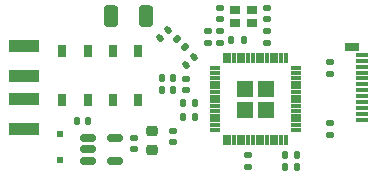
<source format=gbr>
%TF.GenerationSoftware,KiCad,Pcbnew,(6.0.7)*%
%TF.CreationDate,2023-02-08T01:32:31-08:00*%
%TF.ProjectId,ESP_SoC,4553505f-536f-4432-9e6b-696361645f70,rev?*%
%TF.SameCoordinates,Original*%
%TF.FileFunction,Paste,Top*%
%TF.FilePolarity,Positive*%
%FSLAX46Y46*%
G04 Gerber Fmt 4.6, Leading zero omitted, Abs format (unit mm)*
G04 Created by KiCad (PCBNEW (6.0.7)) date 2023-02-08 01:32:31*
%MOMM*%
%LPD*%
G01*
G04 APERTURE LIST*
G04 Aperture macros list*
%AMRoundRect*
0 Rectangle with rounded corners*
0 $1 Rounding radius*
0 $2 $3 $4 $5 $6 $7 $8 $9 X,Y pos of 4 corners*
0 Add a 4 corners polygon primitive as box body*
4,1,4,$2,$3,$4,$5,$6,$7,$8,$9,$2,$3,0*
0 Add four circle primitives for the rounded corners*
1,1,$1+$1,$2,$3*
1,1,$1+$1,$4,$5*
1,1,$1+$1,$6,$7*
1,1,$1+$1,$8,$9*
0 Add four rect primitives between the rounded corners*
20,1,$1+$1,$2,$3,$4,$5,0*
20,1,$1+$1,$4,$5,$6,$7,0*
20,1,$1+$1,$6,$7,$8,$9,0*
20,1,$1+$1,$8,$9,$2,$3,0*%
G04 Aperture macros list end*
%ADD10C,0.010000*%
%ADD11RoundRect,0.135000X-0.135000X-0.185000X0.135000X-0.185000X0.135000X0.185000X-0.135000X0.185000X0*%
%ADD12R,2.500000X1.100000*%
%ADD13RoundRect,0.140000X0.170000X-0.140000X0.170000X0.140000X-0.170000X0.140000X-0.170000X-0.140000X0*%
%ADD14RoundRect,0.147500X-0.172500X0.147500X-0.172500X-0.147500X0.172500X-0.147500X0.172500X0.147500X0*%
%ADD15RoundRect,0.140000X-0.170000X0.140000X-0.170000X-0.140000X0.170000X-0.140000X0.170000X0.140000X0*%
%ADD16RoundRect,0.140000X-0.021213X0.219203X-0.219203X0.021213X0.021213X-0.219203X0.219203X-0.021213X0*%
%ADD17RoundRect,0.147500X-0.226274X-0.017678X-0.017678X-0.226274X0.226274X0.017678X0.017678X0.226274X0*%
%ADD18RoundRect,0.276000X-0.324000X-0.634000X0.324000X-0.634000X0.324000X0.634000X-0.324000X0.634000X0*%
%ADD19RoundRect,0.135000X0.185000X-0.135000X0.185000X0.135000X-0.185000X0.135000X-0.185000X-0.135000X0*%
%ADD20RoundRect,0.225000X-0.250000X0.225000X-0.250000X-0.225000X0.250000X-0.225000X0.250000X0.225000X0*%
%ADD21RoundRect,0.140000X0.140000X0.170000X-0.140000X0.170000X-0.140000X-0.170000X0.140000X-0.170000X0*%
%ADD22R,0.650000X1.050000*%
%ADD23R,0.500000X0.500000*%
%ADD24R,1.000000X0.380000*%
%ADD25R,1.150000X0.700000*%
%ADD26RoundRect,0.150000X-0.512500X-0.150000X0.512500X-0.150000X0.512500X0.150000X-0.512500X0.150000X0*%
%ADD27RoundRect,0.135000X-0.185000X0.135000X-0.185000X-0.135000X0.185000X-0.135000X0.185000X0.135000X0*%
%ADD28RoundRect,0.006600X-0.398400X-0.103400X0.398400X-0.103400X0.398400X0.103400X-0.398400X0.103400X0*%
%ADD29RoundRect,0.022000X-0.088000X-0.383000X0.088000X-0.383000X0.088000X0.383000X-0.088000X0.383000X0*%
%ADD30R,0.900000X0.800000*%
G04 APERTURE END LIST*
%TO.C,U2*%
G36*
X125515000Y-101265000D02*
G01*
X124245000Y-101265000D01*
X124245000Y-99995000D01*
X125515000Y-99995000D01*
X125515000Y-101265000D01*
G37*
D10*
X125515000Y-101265000D02*
X124245000Y-101265000D01*
X124245000Y-99995000D01*
X125515000Y-99995000D01*
X125515000Y-101265000D01*
G36*
X123755000Y-99505000D02*
G01*
X122485000Y-99505000D01*
X122485000Y-98235000D01*
X123755000Y-98235000D01*
X123755000Y-99505000D01*
G37*
X123755000Y-99505000D02*
X122485000Y-99505000D01*
X122485000Y-98235000D01*
X123755000Y-98235000D01*
X123755000Y-99505000D01*
G36*
X125515000Y-99505000D02*
G01*
X124245000Y-99505000D01*
X124245000Y-98235000D01*
X125515000Y-98235000D01*
X125515000Y-99505000D01*
G37*
X125515000Y-99505000D02*
X124245000Y-99505000D01*
X124245000Y-98235000D01*
X125515000Y-98235000D01*
X125515000Y-99505000D01*
G36*
X123755000Y-101265000D02*
G01*
X122485000Y-101265000D01*
X122485000Y-99995000D01*
X123755000Y-99995000D01*
X123755000Y-101265000D01*
G37*
X123755000Y-101265000D02*
X122485000Y-101265000D01*
X122485000Y-99995000D01*
X123755000Y-99995000D01*
X123755000Y-101265000D01*
%TD*%
D11*
%TO.C,R2*%
X117890000Y-101300000D03*
X118910000Y-101300000D03*
%TD*%
D12*
%TO.C,J1*%
X104400000Y-102250000D03*
X104400000Y-99750000D03*
X104400000Y-97750000D03*
X104400000Y-95250000D03*
%TD*%
D13*
%TO.C,C2*%
X120000000Y-94980000D03*
X120000000Y-94020000D03*
%TD*%
D11*
%TO.C,R4*%
X126490000Y-104500000D03*
X127510000Y-104500000D03*
%TD*%
D14*
%TO.C,L2*%
X118100000Y-98015000D03*
X118100000Y-98985000D03*
%TD*%
D15*
%TO.C,C7*%
X117000000Y-102420000D03*
X117000000Y-103380000D03*
%TD*%
D11*
%TO.C,R3*%
X126490000Y-105500000D03*
X127510000Y-105500000D03*
%TD*%
D13*
%TO.C,C9*%
X125000000Y-94980000D03*
X125000000Y-94020000D03*
%TD*%
D15*
%TO.C,C13*%
X113750000Y-103020000D03*
X113750000Y-103980000D03*
%TD*%
D16*
%TO.C,C3*%
X116589411Y-93910589D03*
X115910589Y-94589411D03*
%TD*%
D15*
%TO.C,C15*%
X125000000Y-92020000D03*
X125000000Y-92980000D03*
%TD*%
D17*
%TO.C,L1*%
X117407053Y-94657053D03*
X118092947Y-95342947D03*
%TD*%
D18*
%TO.C,AE1*%
X114710000Y-92750000D03*
X111790000Y-92750000D03*
%TD*%
D19*
%TO.C,R5*%
X130300000Y-97610000D03*
X130300000Y-96590000D03*
%TD*%
D20*
%TO.C,C8*%
X115250000Y-102475000D03*
X115250000Y-104025000D03*
%TD*%
D21*
%TO.C,C6*%
X117080000Y-99000000D03*
X116120000Y-99000000D03*
%TD*%
D22*
%TO.C,SW2*%
X107675000Y-99825000D03*
X107675000Y-95675000D03*
X109825000Y-95675000D03*
X109825000Y-99825000D03*
%TD*%
%TO.C,SW1*%
X111925000Y-95675000D03*
X111925000Y-99825000D03*
X114075000Y-95675000D03*
X114075000Y-99825000D03*
%TD*%
D23*
%TO.C,D1*%
X107500000Y-104900000D03*
X107500000Y-102700000D03*
%TD*%
D15*
%TO.C,C10*%
X123400000Y-104520000D03*
X123400000Y-105480000D03*
%TD*%
D21*
%TO.C,C5*%
X117080000Y-98000000D03*
X116120000Y-98000000D03*
%TD*%
D24*
%TO.C,P1*%
X133010000Y-96000000D03*
X133010000Y-96500000D03*
X133010000Y-97000000D03*
X133010000Y-97500000D03*
X133010000Y-98000000D03*
X133010000Y-98500000D03*
X133010000Y-99000000D03*
X133010000Y-99500000D03*
X133010000Y-100000000D03*
X133010000Y-100500000D03*
X133010000Y-101000000D03*
X133010000Y-101500000D03*
D25*
X132170000Y-95330000D03*
%TD*%
D26*
%TO.C,U1*%
X109862500Y-103050000D03*
X109862500Y-104000000D03*
X109862500Y-104950000D03*
X112137500Y-104950000D03*
X112137500Y-103050000D03*
%TD*%
D21*
%TO.C,C11*%
X118880000Y-100100000D03*
X117920000Y-100100000D03*
%TD*%
D13*
%TO.C,C14*%
X121000000Y-92960000D03*
X121000000Y-92000000D03*
%TD*%
%TO.C,C1*%
X121000000Y-94980000D03*
X121000000Y-94020000D03*
%TD*%
D27*
%TO.C,R6*%
X130300000Y-101790000D03*
X130300000Y-102810000D03*
%TD*%
D11*
%TO.C,R1*%
X121990000Y-94750000D03*
X123010000Y-94750000D03*
%TD*%
D16*
%TO.C,C4*%
X118839411Y-96160589D03*
X118160589Y-96839411D03*
%TD*%
D28*
%TO.C,U2*%
X120555000Y-97150000D03*
X120555000Y-97550000D03*
X120555000Y-97950000D03*
X120555000Y-98350000D03*
X120555000Y-98750000D03*
X120555000Y-99150000D03*
X120555000Y-99550000D03*
X120555000Y-99950000D03*
X120555000Y-100350000D03*
X120555000Y-100750000D03*
X120555000Y-101150000D03*
X120555000Y-101550000D03*
X120555000Y-101950000D03*
X120555000Y-102350000D03*
D29*
X121400000Y-103195000D03*
X121800000Y-103195000D03*
X122200000Y-103195000D03*
X122600000Y-103195000D03*
X123000000Y-103195000D03*
X123400000Y-103195000D03*
X123800000Y-103195000D03*
X124200000Y-103195000D03*
X124600000Y-103195000D03*
X125000000Y-103195000D03*
X125400000Y-103195000D03*
X125800000Y-103195000D03*
X126200000Y-103195000D03*
X126600000Y-103195000D03*
D28*
X127445000Y-102350000D03*
X127445000Y-101950000D03*
X127445000Y-101550000D03*
X127445000Y-101150000D03*
X127445000Y-100750000D03*
X127445000Y-100350000D03*
X127445000Y-99950000D03*
X127445000Y-99550000D03*
X127445000Y-99150000D03*
X127445000Y-98750000D03*
X127445000Y-98350000D03*
X127445000Y-97950000D03*
X127445000Y-97550000D03*
X127445000Y-97150000D03*
D29*
X126600000Y-96305000D03*
X126200000Y-96305000D03*
X125800000Y-96305000D03*
X125400000Y-96305000D03*
X125000000Y-96305000D03*
X124600000Y-96305000D03*
X124200000Y-96305000D03*
X123800000Y-96305000D03*
X123400000Y-96305000D03*
X123000000Y-96305000D03*
X122600000Y-96305000D03*
X122200000Y-96305000D03*
X121800000Y-96305000D03*
X121400000Y-96305000D03*
%TD*%
D30*
%TO.C,Y1*%
X122300000Y-93300000D03*
X123700000Y-93300000D03*
X123700000Y-92200000D03*
X122300000Y-92200000D03*
%TD*%
D21*
%TO.C,C12*%
X109880000Y-101600000D03*
X108920000Y-101600000D03*
%TD*%
M02*

</source>
